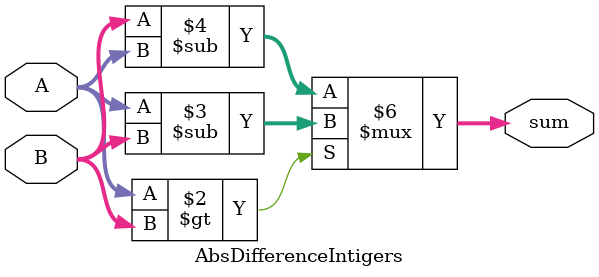
<source format=v>
`timescale 1ns / 1ps
module AbsDifferenceIntigers(A,B,sum);

parameter Abitwidth=21;
parameter Bbitwidth=21;
parameter Sbitwidth=22;

input[Abitwidth-1:0] A;
input[Bbitwidth-1:0] B;

output reg[Sbitwidth-1:0] sum;

always@(A or B)begin
	if(A>B)
	sum = A - B;
		else
	sum = B - A;
end

endmodule

</source>
